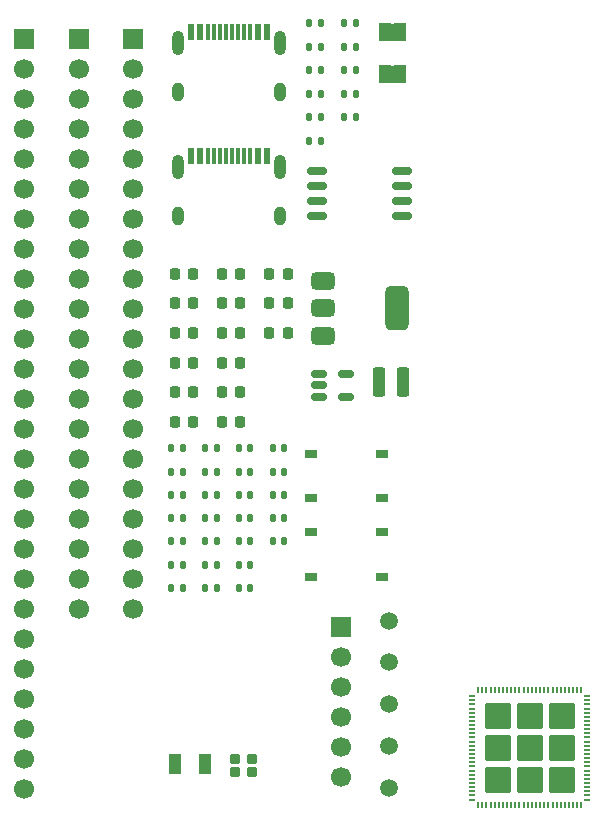
<source format=gbr>
%TF.GenerationSoftware,KiCad,Pcbnew,9.0.4*%
%TF.CreationDate,2025-09-08T22:46:10+10:00*%
%TF.ProjectId,simple-p4,73696d70-6c65-42d7-9034-2e6b69636164,rev?*%
%TF.SameCoordinates,Original*%
%TF.FileFunction,Soldermask,Top*%
%TF.FilePolarity,Negative*%
%FSLAX46Y46*%
G04 Gerber Fmt 4.6, Leading zero omitted, Abs format (unit mm)*
G04 Created by KiCad (PCBNEW 9.0.4) date 2025-09-08 22:46:10*
%MOMM*%
%LPD*%
G01*
G04 APERTURE LIST*
G04 Aperture macros list*
%AMRoundRect*
0 Rectangle with rounded corners*
0 $1 Rounding radius*
0 $2 $3 $4 $5 $6 $7 $8 $9 X,Y pos of 4 corners*
0 Add a 4 corners polygon primitive as box body*
4,1,4,$2,$3,$4,$5,$6,$7,$8,$9,$2,$3,0*
0 Add four circle primitives for the rounded corners*
1,1,$1+$1,$2,$3*
1,1,$1+$1,$4,$5*
1,1,$1+$1,$6,$7*
1,1,$1+$1,$8,$9*
0 Add four rect primitives between the rounded corners*
20,1,$1+$1,$2,$3,$4,$5,0*
20,1,$1+$1,$4,$5,$6,$7,0*
20,1,$1+$1,$6,$7,$8,$9,0*
20,1,$1+$1,$8,$9,$2,$3,0*%
G04 Aperture macros list end*
%ADD10R,1.000000X1.800000*%
%ADD11RoundRect,0.200000X-0.250000X-0.200000X0.250000X-0.200000X0.250000X0.200000X-0.250000X0.200000X0*%
%ADD12RoundRect,0.375000X-0.625000X-0.375000X0.625000X-0.375000X0.625000X0.375000X-0.625000X0.375000X0*%
%ADD13RoundRect,0.500000X-0.500000X-1.400000X0.500000X-1.400000X0.500000X1.400000X-0.500000X1.400000X0*%
%ADD14RoundRect,0.150000X-0.512500X-0.150000X0.512500X-0.150000X0.512500X0.150000X-0.512500X0.150000X0*%
%ADD15RoundRect,0.162500X-0.650000X-0.162500X0.650000X-0.162500X0.650000X0.162500X-0.650000X0.162500X0*%
%ADD16O,0.650020X0.200020*%
%ADD17O,0.200020X0.650020*%
%ADD18RoundRect,0.000010X-1.050000X-1.050000X1.050000X-1.050000X1.050000X1.050000X-1.050000X1.050000X0*%
%ADD19C,1.500000*%
%ADD20R,1.000000X0.750000*%
%ADD21RoundRect,0.135000X-0.135000X-0.185000X0.135000X-0.185000X0.135000X0.185000X-0.135000X0.185000X0*%
%ADD22RoundRect,0.250000X-0.300000X-1.000000X0.300000X-1.000000X0.300000X1.000000X-0.300000X1.000000X0*%
%ADD23R,1.000000X1.500000*%
%ADD24R,0.600000X1.450000*%
%ADD25R,0.300000X1.450000*%
%ADD26O,1.000000X2.100000*%
%ADD27O,1.000000X1.600000*%
%ADD28R,1.700000X1.700000*%
%ADD29C,1.700000*%
%ADD30RoundRect,0.225000X-0.225000X-0.250000X0.225000X-0.250000X0.225000X0.250000X-0.225000X0.250000X0*%
%ADD31RoundRect,0.140000X-0.140000X-0.170000X0.140000X-0.170000X0.140000X0.170000X-0.140000X0.170000X0*%
G04 APERTURE END LIST*
%TO.C,JP2*%
G36*
X116750000Y-58410000D02*
G01*
X117050000Y-58410000D01*
X117050000Y-59910000D01*
X116750000Y-59910000D01*
X116750000Y-58410000D01*
G37*
%TO.C,JP1*%
G36*
X116750000Y-54860000D02*
G01*
X117050000Y-54860000D01*
X117050000Y-56360000D01*
X116750000Y-56360000D01*
X116750000Y-54860000D01*
G37*
%TD*%
D10*
%TO.C,Y2*%
X100990000Y-117550000D03*
X98490000Y-117550000D03*
%TD*%
D11*
%TO.C,Y1*%
X103590000Y-118250000D03*
X104990000Y-118250000D03*
X104990000Y-117150000D03*
X103590000Y-117150000D03*
%TD*%
D12*
%TO.C,U4*%
X111020000Y-76675000D03*
X111020000Y-78975000D03*
D13*
X117320000Y-78975000D03*
D12*
X111020000Y-81275000D03*
%TD*%
D14*
%TO.C,U3*%
X110682500Y-84545000D03*
X110682500Y-85495000D03*
X110682500Y-86445000D03*
X112957500Y-86445000D03*
X112957500Y-84545000D03*
%TD*%
D15*
%TO.C,U2*%
X110492500Y-67295000D03*
X110492500Y-68565000D03*
X110492500Y-69835000D03*
X110492500Y-71105000D03*
X117667500Y-71105000D03*
X117667500Y-69835000D03*
X117667500Y-68565000D03*
X117667500Y-67295000D03*
%TD*%
D16*
%TO.C,U1*%
X123650000Y-111800000D03*
X123650000Y-112150000D03*
X123650000Y-112500000D03*
X123650000Y-112850000D03*
X123650000Y-113200000D03*
X123650000Y-113550000D03*
X123650000Y-113900000D03*
X123650000Y-114250000D03*
X123650000Y-114600000D03*
X123650000Y-114950000D03*
X123650000Y-115300000D03*
X123650000Y-115650000D03*
X123650000Y-116000000D03*
X123650000Y-116350000D03*
X123650000Y-116700000D03*
X123650000Y-117050000D03*
X123650000Y-117400000D03*
X123650000Y-117750000D03*
X123650000Y-118100000D03*
X123650000Y-118450000D03*
X123650000Y-118800000D03*
X123650000Y-119150000D03*
X123650000Y-119500000D03*
X123650000Y-119850000D03*
X123650000Y-120200000D03*
X123650000Y-120550000D03*
D17*
X124150000Y-121050000D03*
X124500000Y-121050000D03*
X124850000Y-121050000D03*
X125200000Y-121050000D03*
X125550000Y-121050000D03*
X125900000Y-121050000D03*
X126250000Y-121050000D03*
X126600000Y-121050000D03*
X126950000Y-121050000D03*
X127300000Y-121050000D03*
X127650000Y-121050000D03*
X128000000Y-121050000D03*
X128350000Y-121050000D03*
X128700000Y-121050000D03*
X129050000Y-121050000D03*
X129400000Y-121050000D03*
X129750000Y-121050000D03*
X130100000Y-121050000D03*
X130450000Y-121050000D03*
X130800000Y-121050000D03*
X131150000Y-121050000D03*
X131500000Y-121050000D03*
X131850000Y-121050000D03*
X132200000Y-121050000D03*
X132550000Y-121050000D03*
X132900000Y-121050000D03*
D16*
X133400000Y-120550000D03*
X133400000Y-120200000D03*
X133400000Y-119850000D03*
X133400000Y-119500000D03*
X133400000Y-119150000D03*
X133400000Y-118800000D03*
X133400000Y-118450000D03*
X133400000Y-118100000D03*
X133400000Y-117750000D03*
X133400000Y-117400000D03*
X133400000Y-117050000D03*
X133400000Y-116700000D03*
X133400000Y-116350000D03*
X133400000Y-116000000D03*
X133400000Y-115650000D03*
X133400000Y-115300000D03*
X133400000Y-114950000D03*
X133400000Y-114600000D03*
X133400000Y-114250000D03*
X133400000Y-113900000D03*
X133400000Y-113550000D03*
X133400000Y-113200000D03*
X133400000Y-112850000D03*
X133400000Y-112500000D03*
X133400000Y-112150000D03*
X133400000Y-111800000D03*
D17*
X132900000Y-111300000D03*
X132550000Y-111300000D03*
X132200000Y-111300000D03*
X131850000Y-111300000D03*
X131500000Y-111300000D03*
X131150000Y-111300000D03*
X130800000Y-111300000D03*
X130450000Y-111300000D03*
X130100000Y-111300000D03*
X129750000Y-111300000D03*
X129400000Y-111300000D03*
X129050000Y-111300000D03*
X128700000Y-111300000D03*
X128350000Y-111300000D03*
X128000000Y-111300000D03*
X127650000Y-111300000D03*
X127300000Y-111300000D03*
X126950000Y-111300000D03*
X126600000Y-111300000D03*
X126250000Y-111300000D03*
X125900000Y-111300000D03*
X125550000Y-111300000D03*
X125200000Y-111300000D03*
X124850000Y-111300000D03*
X124500000Y-111300000D03*
X124150000Y-111300000D03*
D18*
X125825000Y-113475000D03*
X125825000Y-116175000D03*
X125825000Y-118875000D03*
X128525000Y-113475000D03*
X128525000Y-116175000D03*
X128525000Y-118875000D03*
X131225000Y-113475000D03*
X131225000Y-116175000D03*
X131225000Y-118875000D03*
%TD*%
D19*
%TO.C,TP5*%
X116600000Y-119600000D03*
%TD*%
%TO.C,TP4*%
X116600000Y-116050000D03*
%TD*%
%TO.C,TP3*%
X116600000Y-112500000D03*
%TD*%
%TO.C,TP2*%
X116600000Y-108950000D03*
%TD*%
%TO.C,TP1*%
X116600000Y-105400000D03*
%TD*%
D20*
%TO.C,SW2*%
X109970000Y-97935000D03*
X115970000Y-97935000D03*
X109970000Y-101685000D03*
X115970000Y-101685000D03*
%TD*%
%TO.C,SW1*%
X109970000Y-91285000D03*
X115970000Y-91285000D03*
X109970000Y-95035000D03*
X115970000Y-95035000D03*
%TD*%
D21*
%TO.C,R11*%
X112760000Y-62790000D03*
X113780000Y-62790000D03*
%TD*%
%TO.C,R10*%
X112760000Y-60800000D03*
X113780000Y-60800000D03*
%TD*%
%TO.C,R9*%
X112760000Y-58810000D03*
X113780000Y-58810000D03*
%TD*%
%TO.C,R8*%
X112760000Y-56820000D03*
X113780000Y-56820000D03*
%TD*%
%TO.C,R7*%
X112760000Y-54830000D03*
X113780000Y-54830000D03*
%TD*%
%TO.C,R6*%
X109850000Y-64780000D03*
X110870000Y-64780000D03*
%TD*%
%TO.C,R5*%
X109850000Y-62790000D03*
X110870000Y-62790000D03*
%TD*%
%TO.C,R4*%
X109850000Y-60800000D03*
X110870000Y-60800000D03*
%TD*%
%TO.C,R3*%
X109850000Y-58810000D03*
X110870000Y-58810000D03*
%TD*%
%TO.C,R2*%
X109850000Y-56820000D03*
X110870000Y-56820000D03*
%TD*%
%TO.C,R1*%
X109850000Y-54830000D03*
X110870000Y-54830000D03*
%TD*%
D22*
%TO.C,L1*%
X115720000Y-85165000D03*
X117820000Y-85165000D03*
%TD*%
D23*
%TO.C,JP2*%
X116250000Y-59160000D03*
X117550000Y-59160000D03*
%TD*%
%TO.C,JP1*%
X116250000Y-55610000D03*
X117550000Y-55610000D03*
%TD*%
D24*
%TO.C,J6*%
X99810000Y-66055000D03*
X100610000Y-66055000D03*
D25*
X101810000Y-66055000D03*
X102810000Y-66055000D03*
X103310000Y-66055000D03*
X104310000Y-66055000D03*
D24*
X105510000Y-66055000D03*
X106310000Y-66055000D03*
X106310000Y-66055000D03*
X105510000Y-66055000D03*
D25*
X104810000Y-66055000D03*
X103810000Y-66055000D03*
X102310000Y-66055000D03*
X101310000Y-66055000D03*
D24*
X100610000Y-66055000D03*
X99810000Y-66055000D03*
D26*
X98740000Y-66970000D03*
D27*
X98740000Y-71150000D03*
D26*
X107380000Y-66970000D03*
D27*
X107380000Y-71150000D03*
%TD*%
D24*
%TO.C,J5*%
X99810000Y-55585000D03*
X100610000Y-55585000D03*
D25*
X101810000Y-55585000D03*
X102810000Y-55585000D03*
X103310000Y-55585000D03*
X104310000Y-55585000D03*
D24*
X105510000Y-55585000D03*
X106310000Y-55585000D03*
X106310000Y-55585000D03*
X105510000Y-55585000D03*
D25*
X104810000Y-55585000D03*
X103810000Y-55585000D03*
X102310000Y-55585000D03*
X101310000Y-55585000D03*
D24*
X100610000Y-55585000D03*
X99810000Y-55585000D03*
D26*
X98740000Y-56500000D03*
D27*
X98740000Y-60680000D03*
D26*
X107380000Y-56500000D03*
D27*
X107380000Y-60680000D03*
%TD*%
D28*
%TO.C,J4*%
X112530000Y-105920000D03*
D29*
X112530000Y-108460000D03*
X112530000Y-111000000D03*
X112530000Y-113540000D03*
X112530000Y-116080000D03*
X112530000Y-118620000D03*
%TD*%
D28*
%TO.C,J3*%
X94920000Y-56140000D03*
D29*
X94920000Y-58680000D03*
X94920000Y-61220000D03*
X94920000Y-63760000D03*
X94920000Y-66300000D03*
X94920000Y-68840000D03*
X94920000Y-71380000D03*
X94920000Y-73920000D03*
X94920000Y-76460000D03*
X94920000Y-79000000D03*
X94920000Y-81540000D03*
X94920000Y-84080000D03*
X94920000Y-86620000D03*
X94920000Y-89160000D03*
X94920000Y-91700000D03*
X94920000Y-94240000D03*
X94920000Y-96780000D03*
X94920000Y-99320000D03*
X94920000Y-101860000D03*
X94920000Y-104400000D03*
%TD*%
D28*
%TO.C,J2*%
X90330000Y-56140000D03*
D29*
X90330000Y-58680000D03*
X90330000Y-61220000D03*
X90330000Y-63760000D03*
X90330000Y-66300000D03*
X90330000Y-68840000D03*
X90330000Y-71380000D03*
X90330000Y-73920000D03*
X90330000Y-76460000D03*
X90330000Y-79000000D03*
X90330000Y-81540000D03*
X90330000Y-84080000D03*
X90330000Y-86620000D03*
X90330000Y-89160000D03*
X90330000Y-91700000D03*
X90330000Y-94240000D03*
X90330000Y-96780000D03*
X90330000Y-99320000D03*
X90330000Y-101860000D03*
X90330000Y-104400000D03*
%TD*%
D28*
%TO.C,J1*%
X85740000Y-56130000D03*
D29*
X85740000Y-58670000D03*
X85740000Y-61210000D03*
X85740000Y-63750000D03*
X85740000Y-66290000D03*
X85740000Y-68830000D03*
X85740000Y-71370000D03*
X85740000Y-73910000D03*
X85740000Y-76450000D03*
X85740000Y-78990000D03*
X85740000Y-81530000D03*
X85740000Y-84070000D03*
X85740000Y-86610000D03*
X85740000Y-89150000D03*
X85740000Y-91690000D03*
X85740000Y-94230000D03*
X85740000Y-96770000D03*
X85740000Y-99310000D03*
X85740000Y-101850000D03*
X85740000Y-104390000D03*
X85740000Y-106930000D03*
X85740000Y-109470000D03*
X85740000Y-112010000D03*
X85740000Y-114550000D03*
X85740000Y-117090000D03*
X85740000Y-119630000D03*
%TD*%
D30*
%TO.C,C41*%
X106465000Y-81050000D03*
X108015000Y-81050000D03*
%TD*%
D31*
%TO.C,C40*%
X106780000Y-98700000D03*
X107740000Y-98700000D03*
%TD*%
%TO.C,C39*%
X106780000Y-96730000D03*
X107740000Y-96730000D03*
%TD*%
%TO.C,C38*%
X106780000Y-94760000D03*
X107740000Y-94760000D03*
%TD*%
D30*
%TO.C,C37*%
X106465000Y-78540000D03*
X108015000Y-78540000D03*
%TD*%
D31*
%TO.C,C36*%
X106780000Y-92790000D03*
X107740000Y-92790000D03*
%TD*%
%TO.C,C35*%
X106780000Y-90820000D03*
X107740000Y-90820000D03*
%TD*%
D30*
%TO.C,C34*%
X106465000Y-76030000D03*
X108015000Y-76030000D03*
%TD*%
D31*
%TO.C,C33*%
X103910000Y-102640000D03*
X104870000Y-102640000D03*
%TD*%
%TO.C,C32*%
X103910000Y-100670000D03*
X104870000Y-100670000D03*
%TD*%
%TO.C,C31*%
X103910000Y-98700000D03*
X104870000Y-98700000D03*
%TD*%
D30*
%TO.C,C30*%
X102455000Y-88580000D03*
X104005000Y-88580000D03*
%TD*%
D31*
%TO.C,C29*%
X103910000Y-96730000D03*
X104870000Y-96730000D03*
%TD*%
D30*
%TO.C,C28*%
X102455000Y-86070000D03*
X104005000Y-86070000D03*
%TD*%
%TO.C,C27*%
X102455000Y-83560000D03*
X104005000Y-83560000D03*
%TD*%
D31*
%TO.C,C26*%
X103910000Y-94760000D03*
X104870000Y-94760000D03*
%TD*%
%TO.C,C25*%
X103910000Y-92790000D03*
X104870000Y-92790000D03*
%TD*%
%TO.C,C24*%
X103910000Y-90820000D03*
X104870000Y-90820000D03*
%TD*%
%TO.C,C23*%
X101040000Y-102640000D03*
X102000000Y-102640000D03*
%TD*%
D30*
%TO.C,C22*%
X102455000Y-81050000D03*
X104005000Y-81050000D03*
%TD*%
D31*
%TO.C,C21*%
X101040000Y-100670000D03*
X102000000Y-100670000D03*
%TD*%
D30*
%TO.C,C20*%
X102455000Y-78540000D03*
X104005000Y-78540000D03*
%TD*%
%TO.C,C19*%
X102455000Y-76030000D03*
X104005000Y-76030000D03*
%TD*%
%TO.C,C18*%
X98445000Y-88580000D03*
X99995000Y-88580000D03*
%TD*%
%TO.C,C17*%
X98445000Y-86070000D03*
X99995000Y-86070000D03*
%TD*%
D31*
%TO.C,C16*%
X101040000Y-98700000D03*
X102000000Y-98700000D03*
%TD*%
%TO.C,C15*%
X101040000Y-96730000D03*
X102000000Y-96730000D03*
%TD*%
D30*
%TO.C,C14*%
X98445000Y-83560000D03*
X99995000Y-83560000D03*
%TD*%
D31*
%TO.C,C13*%
X101040000Y-94760000D03*
X102000000Y-94760000D03*
%TD*%
%TO.C,C12*%
X101040000Y-92790000D03*
X102000000Y-92790000D03*
%TD*%
D30*
%TO.C,C11*%
X98445000Y-81050000D03*
X99995000Y-81050000D03*
%TD*%
D31*
%TO.C,C10*%
X101040000Y-90820000D03*
X102000000Y-90820000D03*
%TD*%
%TO.C,C9*%
X98170000Y-102640000D03*
X99130000Y-102640000D03*
%TD*%
%TO.C,C8*%
X98170000Y-100670000D03*
X99130000Y-100670000D03*
%TD*%
%TO.C,C7*%
X98170000Y-98700000D03*
X99130000Y-98700000D03*
%TD*%
%TO.C,C6*%
X98170000Y-96730000D03*
X99130000Y-96730000D03*
%TD*%
%TO.C,C5*%
X98170000Y-94760000D03*
X99130000Y-94760000D03*
%TD*%
%TO.C,C4*%
X98170000Y-92790000D03*
X99130000Y-92790000D03*
%TD*%
D30*
%TO.C,C3*%
X98445000Y-78540000D03*
X99995000Y-78540000D03*
%TD*%
D31*
%TO.C,C2*%
X98170000Y-90820000D03*
X99130000Y-90820000D03*
%TD*%
D30*
%TO.C,C1*%
X98445000Y-76030000D03*
X99995000Y-76030000D03*
%TD*%
M02*

</source>
